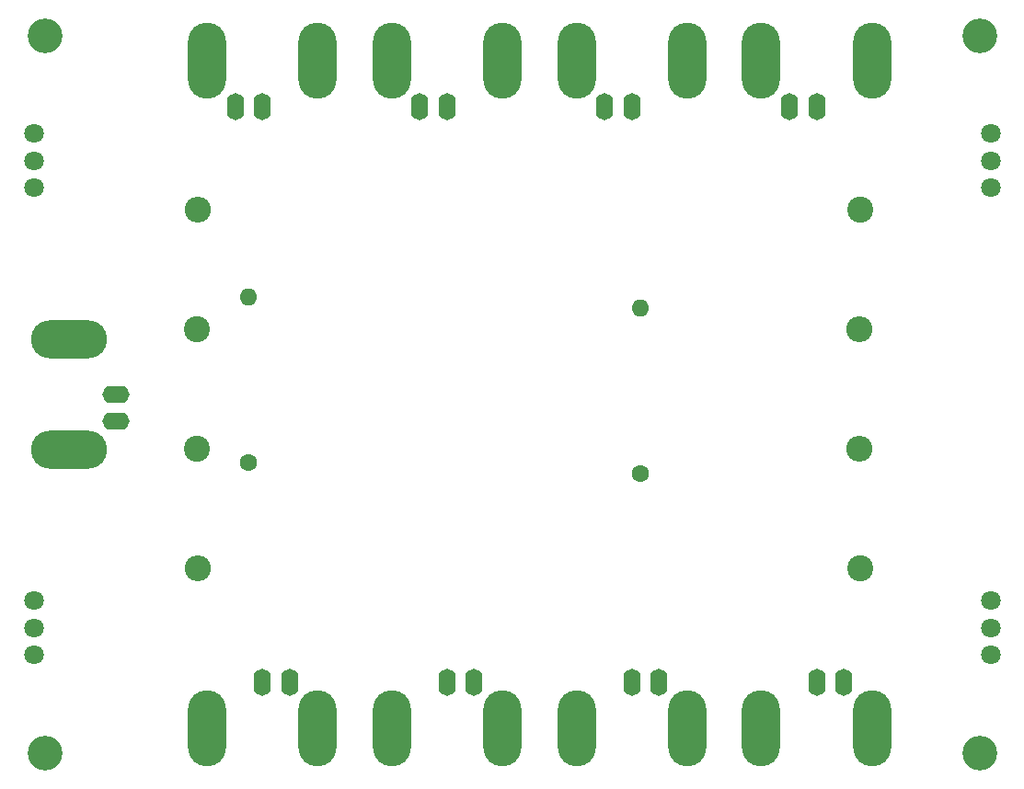
<source format=gbr>
G04 #@! TF.FileFunction,Soldermask,Bot*
%FSLAX46Y46*%
G04 Gerber Fmt 4.6, Leading zero omitted, Abs format (unit mm)*
G04 Created by KiCad (PCBNEW 4.0.2-stable) date 30/01/2018 13:09:08*
%MOMM*%
G01*
G04 APERTURE LIST*
%ADD10C,0.100000*%
%ADD11C,2.400000*%
%ADD12O,2.400000X2.400000*%
%ADD13O,3.500120X7.000240*%
%ADD14O,1.600200X2.499360*%
%ADD15O,7.000240X3.500120*%
%ADD16O,2.499360X1.600200*%
%ADD17C,1.600000*%
%ADD18O,1.600000X1.600000*%
%ADD19C,3.200000*%
%ADD20C,1.800000*%
G04 APERTURE END LIST*
D10*
D11*
X93000000Y-68000000D03*
D12*
X153960000Y-68000000D03*
D13*
X110902220Y-43236600D03*
X121100320Y-43236600D03*
D14*
X116000000Y-47501260D03*
X113500640Y-47501260D03*
D13*
X144902220Y-43236600D03*
X155100320Y-43236600D03*
D14*
X150000000Y-47501260D03*
X147500640Y-47501260D03*
D13*
X93902220Y-43236600D03*
X104100320Y-43236600D03*
D14*
X99000000Y-47501260D03*
X96500640Y-47501260D03*
D13*
X127902220Y-43236600D03*
X138100320Y-43236600D03*
D14*
X133000000Y-47501260D03*
X130500640Y-47501260D03*
D15*
X81236600Y-79097780D03*
X81236600Y-68899680D03*
D16*
X85501260Y-74000000D03*
X85501260Y-76499360D03*
D13*
X138097780Y-104763400D03*
X127899680Y-104763400D03*
D14*
X133000000Y-100498740D03*
X135499360Y-100498740D03*
D13*
X104097780Y-104763400D03*
X93899680Y-104763400D03*
D14*
X99000000Y-100498740D03*
X101499360Y-100498740D03*
D13*
X155097780Y-104763400D03*
X144899680Y-104763400D03*
D14*
X150000000Y-100498740D03*
X152499360Y-100498740D03*
D13*
X121097780Y-104763400D03*
X110899680Y-104763400D03*
D14*
X116000000Y-100498740D03*
X118499360Y-100498740D03*
D11*
X154000000Y-57000000D03*
D12*
X93040000Y-57000000D03*
D17*
X133750000Y-81250000D03*
D18*
X133750000Y-66010000D03*
D11*
X93000000Y-79000000D03*
D12*
X153960000Y-79000000D03*
D11*
X154000000Y-90000000D03*
D12*
X93040000Y-90000000D03*
D19*
X79000000Y-41000000D03*
X165000000Y-41000000D03*
X165000000Y-107000000D03*
D17*
X97750000Y-80250000D03*
D18*
X97750000Y-65010000D03*
D20*
X166000000Y-50000000D03*
X166000000Y-52500000D03*
X166000000Y-55000000D03*
X78000000Y-55000000D03*
X78000000Y-52500000D03*
X78000000Y-50000000D03*
X166000000Y-93000000D03*
X166000000Y-95500000D03*
X166000000Y-98000000D03*
X78000000Y-98000000D03*
X78000000Y-95500000D03*
X78000000Y-93000000D03*
D19*
X79000000Y-107000000D03*
M02*

</source>
